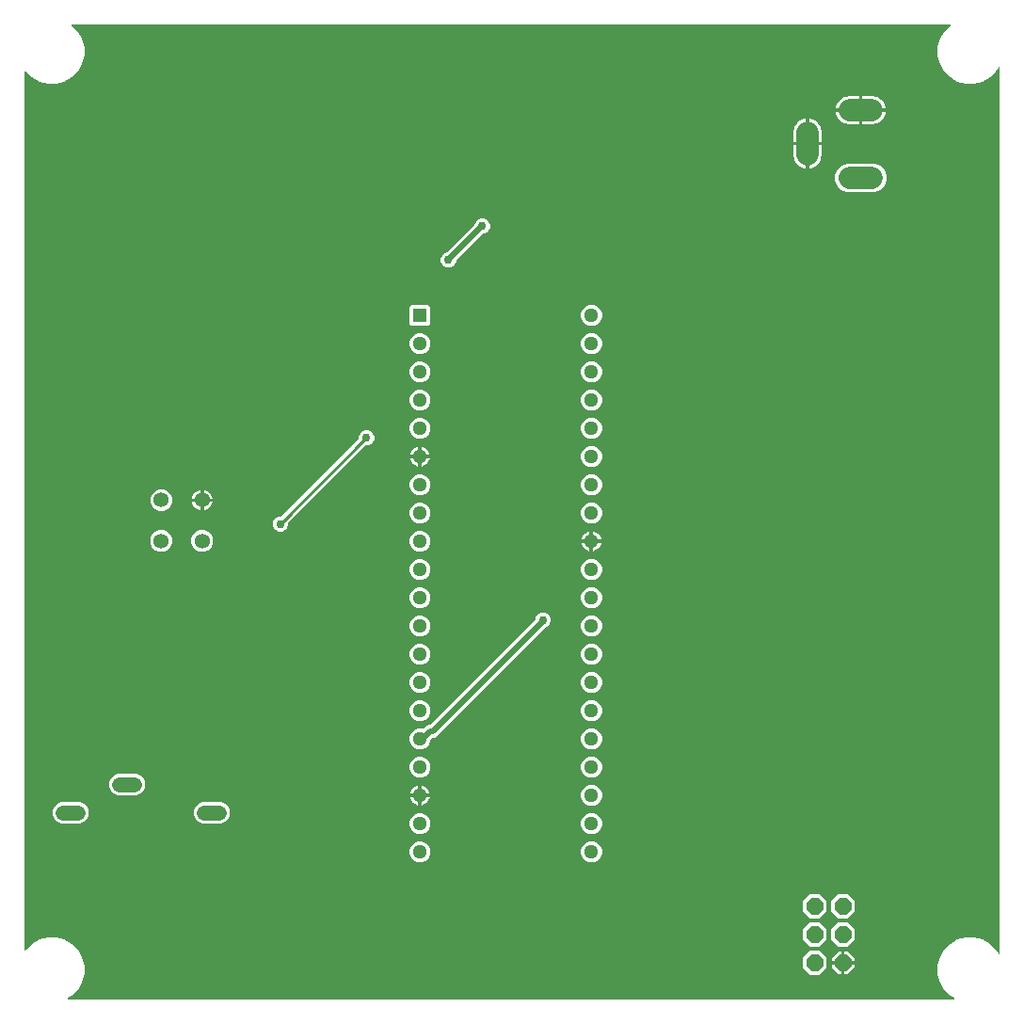
<source format=gbl>
G04 EAGLE Gerber RS-274X export*
G75*
%MOMM*%
%FSLAX34Y34*%
%LPD*%
%INBottom Copper*%
%IPPOS*%
%AMOC8*
5,1,8,0,0,1.08239X$1,22.5*%
G01*
%ADD10R,1.292000X1.292000*%
%ADD11C,1.292000*%
%ADD12C,2.000000*%
%ADD13P,1.649562X8X292.500000*%
%ADD14C,1.320800*%
%ADD15C,1.358000*%
%ADD16C,0.508000*%
%ADD17C,0.756400*%
%ADD18C,0.254000*%

G36*
X848372Y10168D02*
X848372Y10168D01*
X848420Y10167D01*
X848492Y10188D01*
X848567Y10200D01*
X848610Y10223D01*
X848656Y10237D01*
X848718Y10280D01*
X848785Y10316D01*
X848818Y10350D01*
X848857Y10378D01*
X848902Y10439D01*
X848954Y10494D01*
X848974Y10537D01*
X849003Y10576D01*
X849026Y10648D01*
X849058Y10717D01*
X849063Y10765D01*
X849078Y10810D01*
X849076Y10886D01*
X849085Y10961D01*
X849075Y11008D01*
X849074Y11056D01*
X849049Y11128D01*
X849032Y11202D01*
X849008Y11243D01*
X848992Y11288D01*
X848945Y11348D01*
X848906Y11413D01*
X848870Y11444D01*
X848840Y11482D01*
X848737Y11558D01*
X848719Y11573D01*
X848713Y11575D01*
X848705Y11581D01*
X845095Y13666D01*
X839666Y19095D01*
X835827Y25744D01*
X833839Y33161D01*
X833839Y40839D01*
X835827Y48256D01*
X839666Y54905D01*
X845095Y60334D01*
X851744Y64173D01*
X859161Y66161D01*
X866839Y66161D01*
X874256Y64173D01*
X880905Y60334D01*
X886334Y54905D01*
X888419Y51295D01*
X888449Y51258D01*
X888472Y51215D01*
X888527Y51163D01*
X888575Y51105D01*
X888615Y51079D01*
X888650Y51046D01*
X888719Y51014D01*
X888783Y50974D01*
X888830Y50963D01*
X888873Y50942D01*
X888948Y50934D01*
X889022Y50916D01*
X889070Y50921D01*
X889117Y50915D01*
X889192Y50931D01*
X889267Y50938D01*
X889311Y50957D01*
X889358Y50968D01*
X889423Y51006D01*
X889492Y51037D01*
X889528Y51069D01*
X889569Y51094D01*
X889618Y51151D01*
X889674Y51202D01*
X889698Y51244D01*
X889729Y51281D01*
X889757Y51351D01*
X889794Y51417D01*
X889803Y51464D01*
X889821Y51509D01*
X889835Y51637D01*
X889839Y51659D01*
X889838Y51665D01*
X889839Y51675D01*
X889839Y848325D01*
X889838Y848333D01*
X889838Y848336D01*
X889834Y848354D01*
X889832Y848372D01*
X889833Y848420D01*
X889812Y848492D01*
X889800Y848567D01*
X889777Y848610D01*
X889763Y848656D01*
X889720Y848718D01*
X889684Y848785D01*
X889650Y848818D01*
X889622Y848857D01*
X889561Y848902D01*
X889506Y848954D01*
X889463Y848974D01*
X889424Y849003D01*
X889352Y849026D01*
X889283Y849058D01*
X889235Y849063D01*
X889190Y849078D01*
X889114Y849076D01*
X889039Y849085D01*
X888992Y849075D01*
X888944Y849074D01*
X888872Y849049D01*
X888798Y849032D01*
X888757Y849008D01*
X888712Y848992D01*
X888652Y848945D01*
X888587Y848906D01*
X888556Y848870D01*
X888518Y848840D01*
X888442Y848737D01*
X888427Y848719D01*
X888425Y848713D01*
X888419Y848705D01*
X886334Y845095D01*
X880905Y839666D01*
X874256Y835827D01*
X866839Y833839D01*
X859161Y833839D01*
X851744Y835827D01*
X845095Y839666D01*
X839666Y845095D01*
X835827Y851744D01*
X833839Y859161D01*
X833839Y866839D01*
X835827Y874256D01*
X839666Y880905D01*
X845095Y886334D01*
X845106Y886341D01*
X845143Y886371D01*
X845185Y886394D01*
X845237Y886448D01*
X845296Y886497D01*
X845322Y886537D01*
X845355Y886572D01*
X845387Y886641D01*
X845427Y886705D01*
X845438Y886751D01*
X845458Y886795D01*
X845467Y886870D01*
X845484Y886944D01*
X845480Y886992D01*
X845485Y887039D01*
X845469Y887114D01*
X845463Y887189D01*
X845443Y887233D01*
X845433Y887280D01*
X845394Y887345D01*
X845364Y887414D01*
X845332Y887450D01*
X845307Y887491D01*
X845249Y887540D01*
X845198Y887596D01*
X845157Y887620D01*
X845120Y887651D01*
X845050Y887679D01*
X844984Y887716D01*
X844937Y887725D01*
X844892Y887743D01*
X844764Y887757D01*
X844742Y887761D01*
X844735Y887760D01*
X844725Y887761D01*
X55275Y887761D01*
X55227Y887754D01*
X55179Y887755D01*
X55107Y887734D01*
X55032Y887722D01*
X54990Y887699D01*
X54944Y887685D01*
X54881Y887642D01*
X54815Y887606D01*
X54782Y887572D01*
X54742Y887544D01*
X54697Y887483D01*
X54645Y887428D01*
X54625Y887385D01*
X54597Y887346D01*
X54574Y887274D01*
X54542Y887205D01*
X54536Y887157D01*
X54522Y887112D01*
X54523Y887036D01*
X54515Y886961D01*
X54525Y886914D01*
X54525Y886866D01*
X54551Y886794D01*
X54567Y886720D01*
X54591Y886679D01*
X54607Y886634D01*
X54654Y886574D01*
X54693Y886509D01*
X54729Y886478D01*
X54759Y886440D01*
X54863Y886364D01*
X54880Y886349D01*
X54886Y886347D01*
X54894Y886341D01*
X54905Y886334D01*
X60334Y880905D01*
X64173Y874256D01*
X66161Y866839D01*
X66161Y859161D01*
X64173Y851744D01*
X60334Y845095D01*
X54905Y839666D01*
X48256Y835827D01*
X40839Y833839D01*
X33161Y833839D01*
X25744Y835827D01*
X19095Y839666D01*
X13666Y845095D01*
X13659Y845106D01*
X13629Y845143D01*
X13606Y845185D01*
X13552Y845237D01*
X13504Y845296D01*
X13463Y845322D01*
X13428Y845355D01*
X13359Y845387D01*
X13295Y845427D01*
X13249Y845438D01*
X13205Y845458D01*
X13130Y845467D01*
X13056Y845484D01*
X13008Y845480D01*
X12961Y845485D01*
X12887Y845469D01*
X12811Y845463D01*
X12767Y845443D01*
X12720Y845433D01*
X12655Y845394D01*
X12586Y845364D01*
X12550Y845332D01*
X12509Y845307D01*
X12460Y845250D01*
X12404Y845199D01*
X12380Y845157D01*
X12349Y845120D01*
X12321Y845050D01*
X12284Y844984D01*
X12275Y844937D01*
X12257Y844892D01*
X12243Y844764D01*
X12239Y844742D01*
X12240Y844735D01*
X12239Y844725D01*
X12239Y55275D01*
X12247Y55227D01*
X12245Y55179D01*
X12266Y55107D01*
X12279Y55032D01*
X12301Y54990D01*
X12315Y54943D01*
X12358Y54881D01*
X12394Y54815D01*
X12428Y54782D01*
X12456Y54742D01*
X12517Y54697D01*
X12572Y54645D01*
X12616Y54625D01*
X12654Y54597D01*
X12726Y54574D01*
X12795Y54542D01*
X12843Y54536D01*
X12889Y54522D01*
X12964Y54523D01*
X13039Y54515D01*
X13086Y54525D01*
X13135Y54525D01*
X13206Y54551D01*
X13280Y54567D01*
X13321Y54591D01*
X13366Y54607D01*
X13426Y54654D01*
X13491Y54693D01*
X13522Y54729D01*
X13560Y54759D01*
X13636Y54863D01*
X13651Y54880D01*
X13653Y54886D01*
X13659Y54894D01*
X13666Y54905D01*
X19095Y60334D01*
X25744Y64173D01*
X33161Y66161D01*
X40839Y66161D01*
X48256Y64173D01*
X54905Y60334D01*
X60334Y54905D01*
X64173Y48256D01*
X66161Y40839D01*
X66161Y33161D01*
X64173Y25744D01*
X60334Y19095D01*
X54905Y13666D01*
X51295Y11581D01*
X51258Y11551D01*
X51215Y11528D01*
X51163Y11473D01*
X51105Y11425D01*
X51079Y11385D01*
X51046Y11350D01*
X51014Y11281D01*
X50974Y11217D01*
X50963Y11170D01*
X50942Y11127D01*
X50934Y11052D01*
X50916Y10978D01*
X50921Y10930D01*
X50915Y10883D01*
X50931Y10808D01*
X50938Y10733D01*
X50957Y10689D01*
X50968Y10642D01*
X51006Y10577D01*
X51037Y10508D01*
X51069Y10472D01*
X51094Y10431D01*
X51151Y10382D01*
X51202Y10326D01*
X51244Y10302D01*
X51281Y10271D01*
X51351Y10243D01*
X51417Y10206D01*
X51464Y10197D01*
X51509Y10179D01*
X51637Y10165D01*
X51659Y10161D01*
X51665Y10162D01*
X51675Y10161D01*
X848325Y10161D01*
X848372Y10168D01*
G37*
%LPC*%
G36*
X366059Y235191D02*
X366059Y235191D01*
X362564Y236639D01*
X359889Y239314D01*
X358441Y242809D01*
X358441Y246591D01*
X359889Y250086D01*
X362564Y252761D01*
X366059Y254209D01*
X369841Y254209D01*
X370923Y253761D01*
X371036Y253734D01*
X371150Y253706D01*
X371156Y253706D01*
X371162Y253705D01*
X371279Y253716D01*
X371395Y253725D01*
X371401Y253727D01*
X371407Y253728D01*
X371514Y253775D01*
X371621Y253821D01*
X371627Y253826D01*
X371632Y253828D01*
X371645Y253840D01*
X371752Y253926D01*
X372345Y254519D01*
X374024Y256198D01*
X376078Y257049D01*
X377100Y257049D01*
X377190Y257063D01*
X377281Y257071D01*
X377311Y257083D01*
X377342Y257088D01*
X377423Y257131D01*
X377507Y257167D01*
X377539Y257193D01*
X377560Y257204D01*
X377582Y257227D01*
X377638Y257272D01*
X471736Y351370D01*
X471789Y351444D01*
X471849Y351513D01*
X471861Y351544D01*
X471880Y351570D01*
X471907Y351657D01*
X471941Y351742D01*
X471945Y351782D01*
X471952Y351805D01*
X471951Y351837D01*
X471959Y351908D01*
X471959Y353149D01*
X472999Y355659D01*
X474921Y357581D01*
X477431Y358621D01*
X480149Y358621D01*
X482659Y357581D01*
X484581Y355659D01*
X485621Y353149D01*
X485621Y350431D01*
X484581Y347921D01*
X482659Y345999D01*
X481969Y345713D01*
X481913Y345679D01*
X481853Y345653D01*
X481788Y345601D01*
X481760Y345584D01*
X481747Y345569D01*
X481722Y345548D01*
X382896Y246722D01*
X380842Y245871D01*
X379820Y245871D01*
X379730Y245857D01*
X379639Y245849D01*
X379609Y245837D01*
X379578Y245832D01*
X379497Y245789D01*
X379413Y245753D01*
X379381Y245727D01*
X379360Y245716D01*
X379338Y245693D01*
X379282Y245648D01*
X377682Y244048D01*
X377629Y243974D01*
X377569Y243905D01*
X377557Y243874D01*
X377538Y243848D01*
X377511Y243761D01*
X377477Y243676D01*
X377473Y243636D01*
X377466Y243613D01*
X377467Y243581D01*
X377459Y243510D01*
X377459Y242809D01*
X376011Y239314D01*
X373336Y236639D01*
X369841Y235191D01*
X366059Y235191D01*
G37*
%LPD*%
%LPC*%
G36*
X241211Y431319D02*
X241211Y431319D01*
X238701Y432359D01*
X236779Y434281D01*
X235739Y436791D01*
X235739Y439509D01*
X236779Y442019D01*
X238701Y443941D01*
X241211Y444981D01*
X242978Y444981D01*
X243068Y444995D01*
X243159Y445003D01*
X243189Y445015D01*
X243221Y445020D01*
X243301Y445063D01*
X243385Y445099D01*
X243417Y445125D01*
X243438Y445136D01*
X243460Y445159D01*
X243516Y445204D01*
X312986Y514674D01*
X313039Y514748D01*
X313099Y514817D01*
X313111Y514847D01*
X313130Y514874D01*
X313157Y514961D01*
X313191Y515045D01*
X313195Y515086D01*
X313202Y515109D01*
X313201Y515141D01*
X313209Y515212D01*
X313209Y516979D01*
X314249Y519489D01*
X316171Y521411D01*
X318681Y522451D01*
X321399Y522451D01*
X323909Y521411D01*
X325831Y519489D01*
X326871Y516979D01*
X326871Y514261D01*
X325831Y511751D01*
X323909Y509829D01*
X321399Y508789D01*
X319632Y508789D01*
X319542Y508775D01*
X319451Y508767D01*
X319421Y508755D01*
X319389Y508750D01*
X319309Y508707D01*
X319225Y508671D01*
X319193Y508645D01*
X319172Y508634D01*
X319163Y508625D01*
X319162Y508625D01*
X319148Y508609D01*
X319094Y508566D01*
X249624Y439096D01*
X249571Y439022D01*
X249511Y438953D01*
X249499Y438923D01*
X249480Y438896D01*
X249453Y438809D01*
X249419Y438725D01*
X249415Y438684D01*
X249408Y438661D01*
X249409Y438629D01*
X249401Y438558D01*
X249401Y436791D01*
X248361Y434281D01*
X246439Y432359D01*
X243929Y431319D01*
X241211Y431319D01*
G37*
%LPD*%
%LPC*%
G36*
X752104Y736251D02*
X752104Y736251D01*
X747308Y738238D01*
X743638Y741908D01*
X741651Y746704D01*
X741651Y751896D01*
X743638Y756692D01*
X747308Y760362D01*
X752104Y762349D01*
X777296Y762349D01*
X782092Y760362D01*
X785762Y756692D01*
X787749Y751896D01*
X787749Y746704D01*
X785762Y741908D01*
X782092Y738238D01*
X777296Y736251D01*
X752104Y736251D01*
G37*
%LPD*%
%LPC*%
G36*
X392341Y668809D02*
X392341Y668809D01*
X389831Y669849D01*
X387909Y671771D01*
X386869Y674281D01*
X386869Y676999D01*
X387909Y679509D01*
X389831Y681431D01*
X392361Y682479D01*
X392402Y682485D01*
X392493Y682493D01*
X392523Y682505D01*
X392554Y682510D01*
X392635Y682553D01*
X392719Y682589D01*
X392751Y682615D01*
X392772Y682626D01*
X392794Y682649D01*
X392850Y682694D01*
X417126Y706970D01*
X417175Y707037D01*
X417175Y707038D01*
X417179Y707044D01*
X417239Y707113D01*
X417251Y707144D01*
X417270Y707170D01*
X417297Y707257D01*
X417331Y707342D01*
X417335Y707382D01*
X417342Y707405D01*
X417341Y707437D01*
X417345Y707468D01*
X418389Y709989D01*
X420311Y711911D01*
X422821Y712951D01*
X425539Y712951D01*
X428049Y711911D01*
X429971Y709989D01*
X431011Y707479D01*
X431011Y704761D01*
X429971Y702251D01*
X428049Y700329D01*
X425519Y699281D01*
X425478Y699275D01*
X425387Y699267D01*
X425357Y699255D01*
X425326Y699250D01*
X425245Y699207D01*
X425161Y699171D01*
X425129Y699145D01*
X425108Y699134D01*
X425086Y699111D01*
X425030Y699066D01*
X400754Y674790D01*
X400701Y674716D01*
X400641Y674647D01*
X400629Y674616D01*
X400610Y674590D01*
X400583Y674503D01*
X400549Y674418D01*
X400545Y674378D01*
X400538Y674355D01*
X400539Y674323D01*
X400535Y674292D01*
X399491Y671771D01*
X397569Y669849D01*
X395059Y668809D01*
X392341Y668809D01*
G37*
%LPD*%
%LPC*%
G36*
X45376Y168447D02*
X45376Y168447D01*
X41828Y169917D01*
X39113Y172632D01*
X37643Y176180D01*
X37643Y180020D01*
X39113Y183568D01*
X41828Y186283D01*
X45376Y187753D01*
X62424Y187753D01*
X65972Y186283D01*
X68687Y183568D01*
X70157Y180020D01*
X70157Y176180D01*
X68687Y172632D01*
X65972Y169917D01*
X62424Y168447D01*
X45376Y168447D01*
G37*
%LPD*%
%LPC*%
G36*
X172376Y168447D02*
X172376Y168447D01*
X168828Y169917D01*
X166113Y172632D01*
X164643Y176180D01*
X164643Y180020D01*
X166113Y183568D01*
X168828Y186283D01*
X172376Y187753D01*
X189424Y187753D01*
X192972Y186283D01*
X195687Y183568D01*
X197157Y180020D01*
X197157Y176180D01*
X195687Y172632D01*
X192972Y169917D01*
X189424Y168447D01*
X172376Y168447D01*
G37*
%LPD*%
%LPC*%
G36*
X96176Y193847D02*
X96176Y193847D01*
X92628Y195317D01*
X89913Y198032D01*
X88443Y201580D01*
X88443Y205420D01*
X89913Y208968D01*
X92628Y211683D01*
X96176Y213153D01*
X113224Y213153D01*
X116772Y211683D01*
X119487Y208968D01*
X120957Y205420D01*
X120957Y201580D01*
X119487Y198032D01*
X116772Y195317D01*
X113224Y193847D01*
X96176Y193847D01*
G37*
%LPD*%
%LPC*%
G36*
X718681Y83331D02*
X718681Y83331D01*
X712431Y89581D01*
X712431Y98419D01*
X718681Y104669D01*
X727519Y104669D01*
X733769Y98419D01*
X733769Y89581D01*
X727519Y83331D01*
X718681Y83331D01*
G37*
%LPD*%
%LPC*%
G36*
X744081Y83331D02*
X744081Y83331D01*
X737831Y89581D01*
X737831Y98419D01*
X744081Y104669D01*
X752919Y104669D01*
X759169Y98419D01*
X759169Y89581D01*
X752919Y83331D01*
X744081Y83331D01*
G37*
%LPD*%
%LPC*%
G36*
X744081Y57931D02*
X744081Y57931D01*
X737831Y64181D01*
X737831Y73019D01*
X744081Y79269D01*
X752919Y79269D01*
X759169Y73019D01*
X759169Y64181D01*
X752919Y57931D01*
X744081Y57931D01*
G37*
%LPD*%
%LPC*%
G36*
X718681Y57931D02*
X718681Y57931D01*
X712431Y64181D01*
X712431Y73019D01*
X718681Y79269D01*
X727519Y79269D01*
X733769Y73019D01*
X733769Y64181D01*
X727519Y57931D01*
X718681Y57931D01*
G37*
%LPD*%
%LPC*%
G36*
X718681Y32531D02*
X718681Y32531D01*
X712431Y38781D01*
X712431Y47619D01*
X718681Y53869D01*
X727519Y53869D01*
X733769Y47619D01*
X733769Y38781D01*
X727519Y32531D01*
X718681Y32531D01*
G37*
%LPD*%
%LPC*%
G36*
X360227Y616191D02*
X360227Y616191D01*
X358441Y617977D01*
X358441Y633423D01*
X360227Y635209D01*
X375673Y635209D01*
X377459Y633423D01*
X377459Y617977D01*
X375673Y616191D01*
X360227Y616191D01*
G37*
%LPD*%
%LPC*%
G36*
X170143Y412961D02*
X170143Y412961D01*
X166527Y414459D01*
X163759Y417227D01*
X162261Y420843D01*
X162261Y424757D01*
X163759Y428373D01*
X166527Y431141D01*
X170143Y432639D01*
X174057Y432639D01*
X177673Y431141D01*
X180441Y428373D01*
X181939Y424757D01*
X181939Y420843D01*
X180441Y417227D01*
X177673Y414459D01*
X174057Y412961D01*
X170143Y412961D01*
G37*
%LPD*%
%LPC*%
G36*
X133343Y412961D02*
X133343Y412961D01*
X129727Y414459D01*
X126959Y417227D01*
X125461Y420843D01*
X125461Y424757D01*
X126959Y428373D01*
X129727Y431141D01*
X133343Y432639D01*
X137257Y432639D01*
X140873Y431141D01*
X143641Y428373D01*
X145139Y424757D01*
X145139Y420843D01*
X143641Y417227D01*
X140873Y414459D01*
X137257Y412961D01*
X133343Y412961D01*
G37*
%LPD*%
%LPC*%
G36*
X133443Y449661D02*
X133443Y449661D01*
X129827Y451159D01*
X127059Y453927D01*
X125561Y457543D01*
X125561Y461457D01*
X127059Y465073D01*
X129827Y467841D01*
X133443Y469339D01*
X137357Y469339D01*
X140973Y467841D01*
X143741Y465073D01*
X145239Y461457D01*
X145239Y457543D01*
X143741Y453927D01*
X140973Y451159D01*
X137357Y449661D01*
X133443Y449661D01*
G37*
%LPD*%
%LPC*%
G36*
X520359Y616191D02*
X520359Y616191D01*
X516864Y617639D01*
X514189Y620314D01*
X512741Y623809D01*
X512741Y627591D01*
X514189Y631086D01*
X516864Y633761D01*
X520359Y635209D01*
X524141Y635209D01*
X527636Y633761D01*
X530311Y631086D01*
X531759Y627591D01*
X531759Y623809D01*
X530311Y620314D01*
X527636Y617639D01*
X524141Y616191D01*
X520359Y616191D01*
G37*
%LPD*%
%LPC*%
G36*
X520359Y590791D02*
X520359Y590791D01*
X516864Y592239D01*
X514189Y594914D01*
X512741Y598409D01*
X512741Y602191D01*
X514189Y605686D01*
X516864Y608361D01*
X520359Y609809D01*
X524141Y609809D01*
X527636Y608361D01*
X530311Y605686D01*
X531759Y602191D01*
X531759Y598409D01*
X530311Y594914D01*
X527636Y592239D01*
X524141Y590791D01*
X520359Y590791D01*
G37*
%LPD*%
%LPC*%
G36*
X366059Y590791D02*
X366059Y590791D01*
X362564Y592239D01*
X359889Y594914D01*
X358441Y598409D01*
X358441Y602191D01*
X359889Y605686D01*
X362564Y608361D01*
X366059Y609809D01*
X369841Y609809D01*
X373336Y608361D01*
X376011Y605686D01*
X377459Y602191D01*
X377459Y598409D01*
X376011Y594914D01*
X373336Y592239D01*
X369841Y590791D01*
X366059Y590791D01*
G37*
%LPD*%
%LPC*%
G36*
X520359Y565391D02*
X520359Y565391D01*
X516864Y566839D01*
X514189Y569514D01*
X512741Y573009D01*
X512741Y576791D01*
X514189Y580286D01*
X516864Y582961D01*
X520359Y584409D01*
X524141Y584409D01*
X527636Y582961D01*
X530311Y580286D01*
X531759Y576791D01*
X531759Y573009D01*
X530311Y569514D01*
X527636Y566839D01*
X524141Y565391D01*
X520359Y565391D01*
G37*
%LPD*%
%LPC*%
G36*
X366059Y565391D02*
X366059Y565391D01*
X362564Y566839D01*
X359889Y569514D01*
X358441Y573009D01*
X358441Y576791D01*
X359889Y580286D01*
X362564Y582961D01*
X366059Y584409D01*
X369841Y584409D01*
X373336Y582961D01*
X376011Y580286D01*
X377459Y576791D01*
X377459Y573009D01*
X376011Y569514D01*
X373336Y566839D01*
X369841Y565391D01*
X366059Y565391D01*
G37*
%LPD*%
%LPC*%
G36*
X520359Y539991D02*
X520359Y539991D01*
X516864Y541439D01*
X514189Y544114D01*
X512741Y547609D01*
X512741Y551391D01*
X514189Y554886D01*
X516864Y557561D01*
X520359Y559009D01*
X524141Y559009D01*
X527636Y557561D01*
X530311Y554886D01*
X531759Y551391D01*
X531759Y547609D01*
X530311Y544114D01*
X527636Y541439D01*
X524141Y539991D01*
X520359Y539991D01*
G37*
%LPD*%
%LPC*%
G36*
X520359Y514591D02*
X520359Y514591D01*
X516864Y516039D01*
X514189Y518714D01*
X512741Y522209D01*
X512741Y525991D01*
X514189Y529486D01*
X516864Y532161D01*
X520359Y533609D01*
X524141Y533609D01*
X527636Y532161D01*
X530311Y529486D01*
X531759Y525991D01*
X531759Y522209D01*
X530311Y518714D01*
X527636Y516039D01*
X524141Y514591D01*
X520359Y514591D01*
G37*
%LPD*%
%LPC*%
G36*
X366059Y514591D02*
X366059Y514591D01*
X362564Y516039D01*
X359889Y518714D01*
X358441Y522209D01*
X358441Y525991D01*
X359889Y529486D01*
X362564Y532161D01*
X366059Y533609D01*
X369841Y533609D01*
X373336Y532161D01*
X376011Y529486D01*
X377459Y525991D01*
X377459Y522209D01*
X376011Y518714D01*
X373336Y516039D01*
X369841Y514591D01*
X366059Y514591D01*
G37*
%LPD*%
%LPC*%
G36*
X520359Y489191D02*
X520359Y489191D01*
X516864Y490639D01*
X514189Y493314D01*
X512741Y496809D01*
X512741Y500591D01*
X514189Y504086D01*
X516864Y506761D01*
X520359Y508209D01*
X524141Y508209D01*
X527636Y506761D01*
X530311Y504086D01*
X531759Y500591D01*
X531759Y496809D01*
X530311Y493314D01*
X527636Y490639D01*
X524141Y489191D01*
X520359Y489191D01*
G37*
%LPD*%
%LPC*%
G36*
X520359Y285991D02*
X520359Y285991D01*
X516864Y287439D01*
X514189Y290114D01*
X512741Y293609D01*
X512741Y297391D01*
X514189Y300886D01*
X516864Y303561D01*
X520359Y305009D01*
X524141Y305009D01*
X527636Y303561D01*
X530311Y300886D01*
X531759Y297391D01*
X531759Y293609D01*
X530311Y290114D01*
X527636Y287439D01*
X524141Y285991D01*
X520359Y285991D01*
G37*
%LPD*%
%LPC*%
G36*
X366059Y311391D02*
X366059Y311391D01*
X362564Y312839D01*
X359889Y315514D01*
X358441Y319009D01*
X358441Y322791D01*
X359889Y326286D01*
X362564Y328961D01*
X366059Y330409D01*
X369841Y330409D01*
X373336Y328961D01*
X376011Y326286D01*
X377459Y322791D01*
X377459Y319009D01*
X376011Y315514D01*
X373336Y312839D01*
X369841Y311391D01*
X366059Y311391D01*
G37*
%LPD*%
%LPC*%
G36*
X520359Y311391D02*
X520359Y311391D01*
X516864Y312839D01*
X514189Y315514D01*
X512741Y319009D01*
X512741Y322791D01*
X514189Y326286D01*
X516864Y328961D01*
X520359Y330409D01*
X524141Y330409D01*
X527636Y328961D01*
X530311Y326286D01*
X531759Y322791D01*
X531759Y319009D01*
X530311Y315514D01*
X527636Y312839D01*
X524141Y311391D01*
X520359Y311391D01*
G37*
%LPD*%
%LPC*%
G36*
X366059Y336791D02*
X366059Y336791D01*
X362564Y338239D01*
X359889Y340914D01*
X358441Y344409D01*
X358441Y348191D01*
X359889Y351686D01*
X362564Y354361D01*
X366059Y355809D01*
X369841Y355809D01*
X373336Y354361D01*
X376011Y351686D01*
X377459Y348191D01*
X377459Y344409D01*
X376011Y340914D01*
X373336Y338239D01*
X369841Y336791D01*
X366059Y336791D01*
G37*
%LPD*%
%LPC*%
G36*
X520359Y463791D02*
X520359Y463791D01*
X516864Y465239D01*
X514189Y467914D01*
X512741Y471409D01*
X512741Y475191D01*
X514189Y478686D01*
X516864Y481361D01*
X520359Y482809D01*
X524141Y482809D01*
X527636Y481361D01*
X530311Y478686D01*
X531759Y475191D01*
X531759Y471409D01*
X530311Y467914D01*
X527636Y465239D01*
X524141Y463791D01*
X520359Y463791D01*
G37*
%LPD*%
%LPC*%
G36*
X366059Y463791D02*
X366059Y463791D01*
X362564Y465239D01*
X359889Y467914D01*
X358441Y471409D01*
X358441Y475191D01*
X359889Y478686D01*
X362564Y481361D01*
X366059Y482809D01*
X369841Y482809D01*
X373336Y481361D01*
X376011Y478686D01*
X377459Y475191D01*
X377459Y471409D01*
X376011Y467914D01*
X373336Y465239D01*
X369841Y463791D01*
X366059Y463791D01*
G37*
%LPD*%
%LPC*%
G36*
X520359Y336791D02*
X520359Y336791D01*
X516864Y338239D01*
X514189Y340914D01*
X512741Y344409D01*
X512741Y348191D01*
X514189Y351686D01*
X516864Y354361D01*
X520359Y355809D01*
X524141Y355809D01*
X527636Y354361D01*
X530311Y351686D01*
X531759Y348191D01*
X531759Y344409D01*
X530311Y340914D01*
X527636Y338239D01*
X524141Y336791D01*
X520359Y336791D01*
G37*
%LPD*%
%LPC*%
G36*
X366059Y362191D02*
X366059Y362191D01*
X362564Y363639D01*
X359889Y366314D01*
X358441Y369809D01*
X358441Y373591D01*
X359889Y377086D01*
X362564Y379761D01*
X366059Y381209D01*
X369841Y381209D01*
X373336Y379761D01*
X376011Y377086D01*
X377459Y373591D01*
X377459Y369809D01*
X376011Y366314D01*
X373336Y363639D01*
X369841Y362191D01*
X366059Y362191D01*
G37*
%LPD*%
%LPC*%
G36*
X520359Y362191D02*
X520359Y362191D01*
X516864Y363639D01*
X514189Y366314D01*
X512741Y369809D01*
X512741Y373591D01*
X514189Y377086D01*
X516864Y379761D01*
X520359Y381209D01*
X524141Y381209D01*
X527636Y379761D01*
X530311Y377086D01*
X531759Y373591D01*
X531759Y369809D01*
X530311Y366314D01*
X527636Y363639D01*
X524141Y362191D01*
X520359Y362191D01*
G37*
%LPD*%
%LPC*%
G36*
X366059Y387591D02*
X366059Y387591D01*
X362564Y389039D01*
X359889Y391714D01*
X358441Y395209D01*
X358441Y398991D01*
X359889Y402486D01*
X362564Y405161D01*
X366059Y406609D01*
X369841Y406609D01*
X373336Y405161D01*
X376011Y402486D01*
X377459Y398991D01*
X377459Y395209D01*
X376011Y391714D01*
X373336Y389039D01*
X369841Y387591D01*
X366059Y387591D01*
G37*
%LPD*%
%LPC*%
G36*
X520359Y387591D02*
X520359Y387591D01*
X516864Y389039D01*
X514189Y391714D01*
X512741Y395209D01*
X512741Y398991D01*
X514189Y402486D01*
X516864Y405161D01*
X520359Y406609D01*
X524141Y406609D01*
X527636Y405161D01*
X530311Y402486D01*
X531759Y398991D01*
X531759Y395209D01*
X530311Y391714D01*
X527636Y389039D01*
X524141Y387591D01*
X520359Y387591D01*
G37*
%LPD*%
%LPC*%
G36*
X520359Y438391D02*
X520359Y438391D01*
X516864Y439839D01*
X514189Y442514D01*
X512741Y446009D01*
X512741Y449791D01*
X514189Y453286D01*
X516864Y455961D01*
X520359Y457409D01*
X524141Y457409D01*
X527636Y455961D01*
X530311Y453286D01*
X531759Y449791D01*
X531759Y446009D01*
X530311Y442514D01*
X527636Y439839D01*
X524141Y438391D01*
X520359Y438391D01*
G37*
%LPD*%
%LPC*%
G36*
X366059Y438391D02*
X366059Y438391D01*
X362564Y439839D01*
X359889Y442514D01*
X358441Y446009D01*
X358441Y449791D01*
X359889Y453286D01*
X362564Y455961D01*
X366059Y457409D01*
X369841Y457409D01*
X373336Y455961D01*
X376011Y453286D01*
X377459Y449791D01*
X377459Y446009D01*
X376011Y442514D01*
X373336Y439839D01*
X369841Y438391D01*
X366059Y438391D01*
G37*
%LPD*%
%LPC*%
G36*
X366059Y412991D02*
X366059Y412991D01*
X362564Y414439D01*
X359889Y417114D01*
X358441Y420609D01*
X358441Y424391D01*
X359889Y427886D01*
X362564Y430561D01*
X366059Y432009D01*
X369841Y432009D01*
X373336Y430561D01*
X376011Y427886D01*
X377459Y424391D01*
X377459Y420609D01*
X376011Y417114D01*
X373336Y414439D01*
X369841Y412991D01*
X366059Y412991D01*
G37*
%LPD*%
%LPC*%
G36*
X366059Y260591D02*
X366059Y260591D01*
X362564Y262039D01*
X359889Y264714D01*
X358441Y268209D01*
X358441Y271991D01*
X359889Y275486D01*
X362564Y278161D01*
X366059Y279609D01*
X369841Y279609D01*
X373336Y278161D01*
X376011Y275486D01*
X377459Y271991D01*
X377459Y268209D01*
X376011Y264714D01*
X373336Y262039D01*
X369841Y260591D01*
X366059Y260591D01*
G37*
%LPD*%
%LPC*%
G36*
X520359Y235191D02*
X520359Y235191D01*
X516864Y236639D01*
X514189Y239314D01*
X512741Y242809D01*
X512741Y246591D01*
X514189Y250086D01*
X516864Y252761D01*
X520359Y254209D01*
X524141Y254209D01*
X527636Y252761D01*
X530311Y250086D01*
X531759Y246591D01*
X531759Y242809D01*
X530311Y239314D01*
X527636Y236639D01*
X524141Y235191D01*
X520359Y235191D01*
G37*
%LPD*%
%LPC*%
G36*
X520359Y209791D02*
X520359Y209791D01*
X516864Y211239D01*
X514189Y213914D01*
X512741Y217409D01*
X512741Y221191D01*
X514189Y224686D01*
X516864Y227361D01*
X520359Y228809D01*
X524141Y228809D01*
X527636Y227361D01*
X530311Y224686D01*
X531759Y221191D01*
X531759Y217409D01*
X530311Y213914D01*
X527636Y211239D01*
X524141Y209791D01*
X520359Y209791D01*
G37*
%LPD*%
%LPC*%
G36*
X366059Y209791D02*
X366059Y209791D01*
X362564Y211239D01*
X359889Y213914D01*
X358441Y217409D01*
X358441Y221191D01*
X359889Y224686D01*
X362564Y227361D01*
X366059Y228809D01*
X369841Y228809D01*
X373336Y227361D01*
X376011Y224686D01*
X377459Y221191D01*
X377459Y217409D01*
X376011Y213914D01*
X373336Y211239D01*
X369841Y209791D01*
X366059Y209791D01*
G37*
%LPD*%
%LPC*%
G36*
X366059Y133591D02*
X366059Y133591D01*
X362564Y135039D01*
X359889Y137714D01*
X358441Y141209D01*
X358441Y144991D01*
X359889Y148486D01*
X362564Y151161D01*
X366059Y152609D01*
X369841Y152609D01*
X373336Y151161D01*
X376011Y148486D01*
X377459Y144991D01*
X377459Y141209D01*
X376011Y137714D01*
X373336Y135039D01*
X369841Y133591D01*
X366059Y133591D01*
G37*
%LPD*%
%LPC*%
G36*
X520359Y158991D02*
X520359Y158991D01*
X516864Y160439D01*
X514189Y163114D01*
X512741Y166609D01*
X512741Y170391D01*
X514189Y173886D01*
X516864Y176561D01*
X520359Y178009D01*
X524141Y178009D01*
X527636Y176561D01*
X530311Y173886D01*
X531759Y170391D01*
X531759Y166609D01*
X530311Y163114D01*
X527636Y160439D01*
X524141Y158991D01*
X520359Y158991D01*
G37*
%LPD*%
%LPC*%
G36*
X366059Y158991D02*
X366059Y158991D01*
X362564Y160439D01*
X359889Y163114D01*
X358441Y166609D01*
X358441Y170391D01*
X359889Y173886D01*
X362564Y176561D01*
X366059Y178009D01*
X369841Y178009D01*
X373336Y176561D01*
X376011Y173886D01*
X377459Y170391D01*
X377459Y166609D01*
X376011Y163114D01*
X373336Y160439D01*
X369841Y158991D01*
X366059Y158991D01*
G37*
%LPD*%
%LPC*%
G36*
X520359Y133591D02*
X520359Y133591D01*
X516864Y135039D01*
X514189Y137714D01*
X512741Y141209D01*
X512741Y144991D01*
X514189Y148486D01*
X516864Y151161D01*
X520359Y152609D01*
X524141Y152609D01*
X527636Y151161D01*
X530311Y148486D01*
X531759Y144991D01*
X531759Y141209D01*
X530311Y137714D01*
X527636Y135039D01*
X524141Y133591D01*
X520359Y133591D01*
G37*
%LPD*%
%LPC*%
G36*
X520359Y184391D02*
X520359Y184391D01*
X516864Y185839D01*
X514189Y188514D01*
X512741Y192009D01*
X512741Y195791D01*
X514189Y199286D01*
X516864Y201961D01*
X520359Y203409D01*
X524141Y203409D01*
X527636Y201961D01*
X530311Y199286D01*
X531759Y195791D01*
X531759Y192009D01*
X530311Y188514D01*
X527636Y185839D01*
X524141Y184391D01*
X520359Y184391D01*
G37*
%LPD*%
%LPC*%
G36*
X520359Y260591D02*
X520359Y260591D01*
X516864Y262039D01*
X514189Y264714D01*
X512741Y268209D01*
X512741Y271991D01*
X514189Y275486D01*
X516864Y278161D01*
X520359Y279609D01*
X524141Y279609D01*
X527636Y278161D01*
X530311Y275486D01*
X531759Y271991D01*
X531759Y268209D01*
X530311Y264714D01*
X527636Y262039D01*
X524141Y260591D01*
X520359Y260591D01*
G37*
%LPD*%
%LPC*%
G36*
X366059Y285991D02*
X366059Y285991D01*
X362564Y287439D01*
X359889Y290114D01*
X358441Y293609D01*
X358441Y297391D01*
X359889Y300886D01*
X362564Y303561D01*
X366059Y305009D01*
X369841Y305009D01*
X373336Y303561D01*
X376011Y300886D01*
X377459Y297391D01*
X377459Y293609D01*
X376011Y290114D01*
X373336Y287439D01*
X369841Y285991D01*
X366059Y285991D01*
G37*
%LPD*%
%LPC*%
G36*
X366059Y539991D02*
X366059Y539991D01*
X362564Y541439D01*
X359889Y544114D01*
X358441Y547609D01*
X358441Y551391D01*
X359889Y554886D01*
X362564Y557561D01*
X366059Y559009D01*
X369841Y559009D01*
X373336Y557561D01*
X376011Y554886D01*
X377459Y551391D01*
X377459Y547609D01*
X376011Y544114D01*
X373336Y541439D01*
X369841Y539991D01*
X366059Y539991D01*
G37*
%LPD*%
%LPC*%
G36*
X718223Y781823D02*
X718223Y781823D01*
X718223Y802756D01*
X719637Y802532D01*
X721514Y801922D01*
X723273Y801026D01*
X724870Y799866D01*
X726266Y798470D01*
X727426Y796873D01*
X728322Y795114D01*
X728932Y793237D01*
X729241Y791287D01*
X729241Y781823D01*
X718223Y781823D01*
G37*
%LPD*%
%LPC*%
G36*
X766223Y811823D02*
X766223Y811823D01*
X766223Y822841D01*
X775687Y822841D01*
X777637Y822532D01*
X779514Y821922D01*
X781273Y821026D01*
X782870Y819866D01*
X784266Y818470D01*
X785426Y816873D01*
X786322Y815114D01*
X786932Y813237D01*
X787156Y811823D01*
X766223Y811823D01*
G37*
%LPD*%
%LPC*%
G36*
X718223Y778777D02*
X718223Y778777D01*
X729241Y778777D01*
X729241Y769313D01*
X728932Y767363D01*
X728322Y765486D01*
X727426Y763727D01*
X726266Y762130D01*
X724870Y760734D01*
X723273Y759574D01*
X721514Y758678D01*
X719637Y758068D01*
X718223Y757844D01*
X718223Y778777D01*
G37*
%LPD*%
%LPC*%
G36*
X742244Y811823D02*
X742244Y811823D01*
X742468Y813237D01*
X743078Y815114D01*
X743974Y816873D01*
X745134Y818470D01*
X746530Y819866D01*
X748127Y821026D01*
X749886Y821922D01*
X751763Y822532D01*
X753713Y822841D01*
X763177Y822841D01*
X763177Y811823D01*
X742244Y811823D01*
G37*
%LPD*%
%LPC*%
G36*
X704159Y781823D02*
X704159Y781823D01*
X704159Y791287D01*
X704468Y793237D01*
X705078Y795114D01*
X705974Y796873D01*
X707134Y798470D01*
X708530Y799866D01*
X710127Y801026D01*
X711886Y801922D01*
X713763Y802532D01*
X715177Y802756D01*
X715177Y781823D01*
X704159Y781823D01*
G37*
%LPD*%
%LPC*%
G36*
X766223Y797759D02*
X766223Y797759D01*
X766223Y808777D01*
X787156Y808777D01*
X786932Y807363D01*
X786322Y805486D01*
X785426Y803727D01*
X784266Y802130D01*
X782870Y800734D01*
X781273Y799574D01*
X779514Y798678D01*
X777637Y798068D01*
X775687Y797759D01*
X766223Y797759D01*
G37*
%LPD*%
%LPC*%
G36*
X713763Y758068D02*
X713763Y758068D01*
X711886Y758678D01*
X710127Y759574D01*
X708530Y760734D01*
X707134Y762130D01*
X705974Y763727D01*
X705078Y765486D01*
X704468Y767363D01*
X704159Y769313D01*
X704159Y778777D01*
X715177Y778777D01*
X715177Y757844D01*
X713763Y758068D01*
G37*
%LPD*%
%LPC*%
G36*
X753713Y797759D02*
X753713Y797759D01*
X751763Y798068D01*
X749886Y798678D01*
X748127Y799574D01*
X746530Y800734D01*
X745134Y802130D01*
X743974Y803727D01*
X743078Y805486D01*
X742468Y807363D01*
X742244Y808777D01*
X763177Y808777D01*
X763177Y797759D01*
X753713Y797759D01*
G37*
%LPD*%
%LPC*%
G36*
X750023Y44723D02*
X750023Y44723D01*
X750023Y53361D01*
X752709Y53361D01*
X758661Y47409D01*
X758661Y44723D01*
X750023Y44723D01*
G37*
%LPD*%
%LPC*%
G36*
X738339Y44723D02*
X738339Y44723D01*
X738339Y47409D01*
X744291Y53361D01*
X746977Y53361D01*
X746977Y44723D01*
X738339Y44723D01*
G37*
%LPD*%
%LPC*%
G36*
X750023Y33039D02*
X750023Y33039D01*
X750023Y41677D01*
X758661Y41677D01*
X758661Y38991D01*
X752709Y33039D01*
X750023Y33039D01*
G37*
%LPD*%
%LPC*%
G36*
X744291Y33039D02*
X744291Y33039D01*
X738339Y38991D01*
X738339Y41677D01*
X746977Y41677D01*
X746977Y33039D01*
X744291Y33039D01*
G37*
%LPD*%
%LPC*%
G36*
X173623Y461023D02*
X173623Y461023D01*
X173623Y468711D01*
X174822Y468472D01*
X176520Y467769D01*
X178048Y466748D01*
X179348Y465448D01*
X180369Y463920D01*
X181072Y462222D01*
X181311Y461023D01*
X173623Y461023D01*
G37*
%LPD*%
%LPC*%
G36*
X173623Y457977D02*
X173623Y457977D01*
X181311Y457977D01*
X181072Y456778D01*
X180369Y455080D01*
X179348Y453552D01*
X178048Y452252D01*
X176520Y451231D01*
X174822Y450528D01*
X173623Y450289D01*
X173623Y457977D01*
G37*
%LPD*%
%LPC*%
G36*
X162889Y461023D02*
X162889Y461023D01*
X163128Y462222D01*
X163831Y463920D01*
X164852Y465448D01*
X166152Y466748D01*
X167680Y467769D01*
X169378Y468472D01*
X170577Y468711D01*
X170577Y461023D01*
X162889Y461023D01*
G37*
%LPD*%
%LPC*%
G36*
X169378Y450528D02*
X169378Y450528D01*
X167680Y451231D01*
X166152Y452252D01*
X164852Y453552D01*
X163831Y455080D01*
X163128Y456778D01*
X162889Y457977D01*
X170577Y457977D01*
X170577Y450289D01*
X169378Y450528D01*
G37*
%LPD*%
%LPC*%
G36*
X369473Y195423D02*
X369473Y195423D01*
X369473Y202774D01*
X370575Y202555D01*
X372213Y201876D01*
X373688Y200891D01*
X374941Y199638D01*
X375926Y198163D01*
X376605Y196525D01*
X376824Y195423D01*
X369473Y195423D01*
G37*
%LPD*%
%LPC*%
G36*
X369473Y500223D02*
X369473Y500223D01*
X369473Y507574D01*
X370575Y507355D01*
X372213Y506676D01*
X373688Y505691D01*
X374941Y504438D01*
X375926Y502963D01*
X376605Y501325D01*
X376824Y500223D01*
X369473Y500223D01*
G37*
%LPD*%
%LPC*%
G36*
X523773Y424023D02*
X523773Y424023D01*
X523773Y431374D01*
X524875Y431155D01*
X526513Y430476D01*
X527988Y429491D01*
X529241Y428238D01*
X530226Y426763D01*
X530905Y425125D01*
X531124Y424023D01*
X523773Y424023D01*
G37*
%LPD*%
%LPC*%
G36*
X369473Y192377D02*
X369473Y192377D01*
X376824Y192377D01*
X376605Y191275D01*
X375926Y189637D01*
X374941Y188162D01*
X373688Y186909D01*
X372213Y185924D01*
X370575Y185245D01*
X369473Y185026D01*
X369473Y192377D01*
G37*
%LPD*%
%LPC*%
G36*
X513376Y424023D02*
X513376Y424023D01*
X513595Y425125D01*
X514274Y426763D01*
X515259Y428238D01*
X516512Y429491D01*
X517987Y430476D01*
X519625Y431155D01*
X520727Y431374D01*
X520727Y424023D01*
X513376Y424023D01*
G37*
%LPD*%
%LPC*%
G36*
X369473Y497177D02*
X369473Y497177D01*
X376824Y497177D01*
X376605Y496075D01*
X375926Y494437D01*
X374941Y492962D01*
X373688Y491709D01*
X372213Y490724D01*
X370575Y490045D01*
X369473Y489826D01*
X369473Y497177D01*
G37*
%LPD*%
%LPC*%
G36*
X359076Y500223D02*
X359076Y500223D01*
X359295Y501325D01*
X359974Y502963D01*
X360959Y504438D01*
X362212Y505691D01*
X363687Y506676D01*
X365325Y507355D01*
X366427Y507574D01*
X366427Y500223D01*
X359076Y500223D01*
G37*
%LPD*%
%LPC*%
G36*
X523773Y420977D02*
X523773Y420977D01*
X531124Y420977D01*
X530905Y419875D01*
X530226Y418237D01*
X529241Y416762D01*
X527988Y415509D01*
X526513Y414524D01*
X524875Y413845D01*
X523773Y413626D01*
X523773Y420977D01*
G37*
%LPD*%
%LPC*%
G36*
X359076Y195423D02*
X359076Y195423D01*
X359295Y196525D01*
X359974Y198163D01*
X360959Y199638D01*
X362212Y200891D01*
X363687Y201876D01*
X365325Y202555D01*
X366427Y202774D01*
X366427Y195423D01*
X359076Y195423D01*
G37*
%LPD*%
%LPC*%
G36*
X365325Y185245D02*
X365325Y185245D01*
X363687Y185924D01*
X362212Y186909D01*
X360959Y188162D01*
X359974Y189637D01*
X359295Y191275D01*
X359076Y192377D01*
X366427Y192377D01*
X366427Y185026D01*
X365325Y185245D01*
G37*
%LPD*%
%LPC*%
G36*
X365325Y490045D02*
X365325Y490045D01*
X363687Y490724D01*
X362212Y491709D01*
X360959Y492962D01*
X359974Y494437D01*
X359295Y496075D01*
X359076Y497177D01*
X366427Y497177D01*
X366427Y489826D01*
X365325Y490045D01*
G37*
%LPD*%
%LPC*%
G36*
X519625Y413845D02*
X519625Y413845D01*
X517987Y414524D01*
X516512Y415509D01*
X515259Y416762D01*
X514274Y418237D01*
X513595Y419875D01*
X513376Y420977D01*
X520727Y420977D01*
X520727Y413626D01*
X519625Y413845D01*
G37*
%LPD*%
%LPC*%
G36*
X172099Y459499D02*
X172099Y459499D01*
X172099Y459501D01*
X172101Y459501D01*
X172101Y459499D01*
X172099Y459499D01*
G37*
%LPD*%
%LPC*%
G36*
X367949Y193899D02*
X367949Y193899D01*
X367949Y193901D01*
X367951Y193901D01*
X367951Y193899D01*
X367949Y193899D01*
G37*
%LPD*%
%LPC*%
G36*
X367949Y498699D02*
X367949Y498699D01*
X367949Y498701D01*
X367951Y498701D01*
X367951Y498699D01*
X367949Y498699D01*
G37*
%LPD*%
%LPC*%
G36*
X716699Y780299D02*
X716699Y780299D01*
X716699Y780301D01*
X716701Y780301D01*
X716701Y780299D01*
X716699Y780299D01*
G37*
%LPD*%
%LPC*%
G36*
X764699Y810299D02*
X764699Y810299D01*
X764699Y810301D01*
X764701Y810301D01*
X764701Y810299D01*
X764699Y810299D01*
G37*
%LPD*%
%LPC*%
G36*
X522249Y422499D02*
X522249Y422499D01*
X522249Y422501D01*
X522251Y422501D01*
X522251Y422499D01*
X522249Y422499D01*
G37*
%LPD*%
%LPC*%
G36*
X748499Y43199D02*
X748499Y43199D01*
X748499Y43201D01*
X748501Y43201D01*
X748501Y43199D01*
X748499Y43199D01*
G37*
%LPD*%
D10*
X367950Y625700D03*
D11*
X367950Y600300D03*
X367950Y574900D03*
X367950Y549500D03*
X367950Y524100D03*
X367950Y498700D03*
X367950Y473300D03*
X367950Y447900D03*
X367950Y422500D03*
X367950Y397100D03*
X367950Y371700D03*
X367950Y346300D03*
X367950Y320900D03*
X367950Y295500D03*
X367950Y270100D03*
X367950Y244700D03*
X367950Y219300D03*
X367950Y193900D03*
X367950Y168500D03*
X367950Y143100D03*
X522250Y143100D03*
X522250Y168500D03*
X522250Y193900D03*
X522250Y219300D03*
X522250Y244700D03*
X522250Y270100D03*
X522250Y295500D03*
X522250Y320900D03*
X522250Y346300D03*
X522250Y371700D03*
X522250Y397100D03*
X522250Y422500D03*
X522250Y447900D03*
X522250Y473300D03*
X522250Y498700D03*
X522250Y524100D03*
X522250Y549500D03*
X522250Y574900D03*
X522250Y600300D03*
X522250Y625700D03*
D12*
X754700Y749300D02*
X774700Y749300D01*
X774700Y810300D02*
X754700Y810300D01*
X716700Y790300D02*
X716700Y770300D01*
D13*
X723100Y94000D03*
X748500Y94000D03*
X723100Y68600D03*
X748500Y68600D03*
X723100Y43200D03*
X748500Y43200D03*
D14*
X111304Y203500D02*
X98096Y203500D01*
X174296Y178100D02*
X187504Y178100D01*
X60504Y178100D02*
X47296Y178100D01*
D15*
X135400Y459500D03*
X172100Y459500D03*
X135300Y422800D03*
X172100Y422800D03*
D16*
X393700Y675640D02*
X424180Y706120D01*
D17*
X424180Y706120D03*
X393700Y675640D03*
X419100Y859790D03*
X102870Y701040D03*
D16*
X368300Y245110D02*
X370840Y245110D01*
X377190Y251460D01*
X379730Y251460D01*
X478790Y350520D01*
X478790Y351790D01*
X368300Y245110D02*
X367950Y244700D01*
D17*
X478790Y351790D03*
D18*
X320040Y515620D02*
X242570Y438150D01*
D17*
X320040Y515620D03*
X242570Y438150D03*
M02*

</source>
